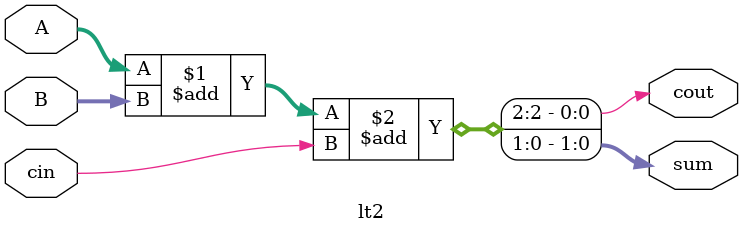
<source format=v>
module lt2(
    input [1:0] A, B,
    input cin,
    output [1:0] sum,
    output cout
);

assign {cout, sum} = A + B + cin;

endmodule

</source>
